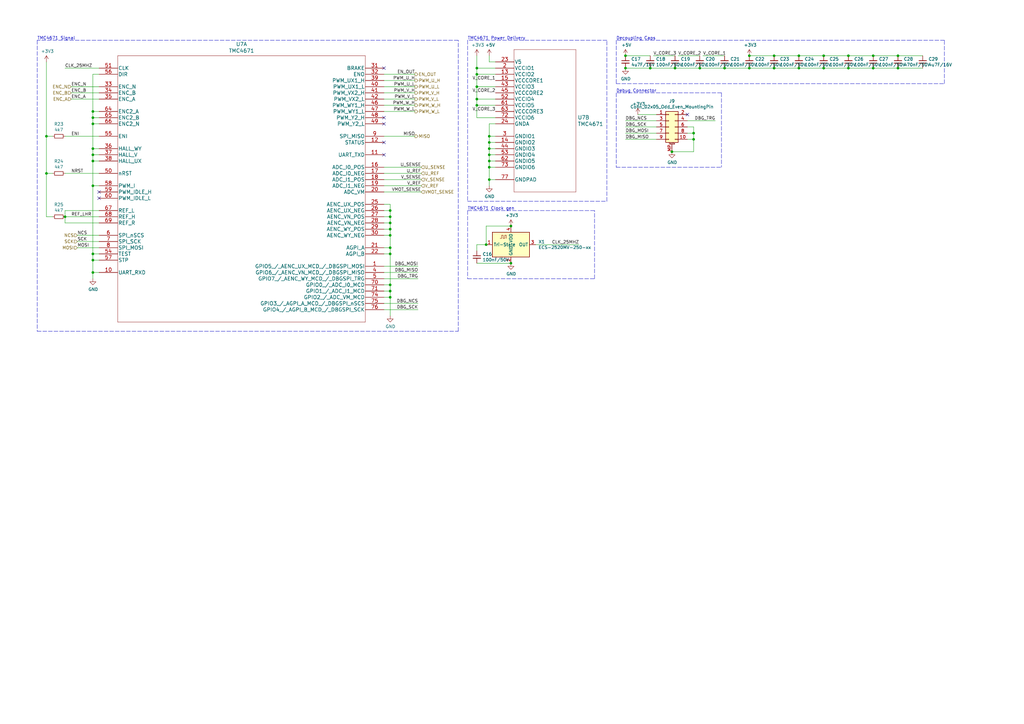
<source format=kicad_sch>
(kicad_sch (version 20211123) (generator eeschema)
  (paper "A3")
  (title_block (title "ControlUnit") (date "2021-02-07") (rev "1") (company "luhbots"))
  (lib_symbols
    (symbol "Connector_Generic_MountingPin:Conn_02x05_Odd_Even_MountingPin" (pin_names (offset 1.016) hide)
      (property "Reference" "J" (at 1.27 7.62 0))
      (property "Value" "Conn_02x05_Odd_Even_MountingPin" (at 2.54 -7.62 0))
      (symbol "Conn_02x05_Odd_Even_MountingPin_1_1"
        (rectangle (start -1.27 -4.953) (end 0 -5.207) (stroke (width 0.1524)))
        (rectangle (start -1.27 -2.413) (end 0 -2.667) (stroke (width 0.1524)))
        (rectangle (start -1.27 0.127) (end 0 -0.127) (stroke (width 0.1524)))
        (rectangle (start -1.27 2.667) (end 0 2.413) (stroke (width 0.1524)))
        (rectangle (start -1.27 5.207) (end 0 4.953) (stroke (width 0.1524)))
        (rectangle (start -1.27 6.35) (end 3.81 -6.35) (stroke (width 0.254)) (fill (type background)))
        (polyline (pts (xy 0.254 -7.112) (xy 2.286 -7.112)) (stroke (width 0.1524)))
        (rectangle (start 3.81 -4.953) (end 2.54 -5.207) (stroke (width 0.1524)))
        (rectangle (start 3.81 -2.413) (end 2.54 -2.667) (stroke (width 0.1524)))
        (rectangle (start 3.81 0.127) (end 2.54 -0.127) (stroke (width 0.1524)))
        (rectangle (start 3.81 2.667) (end 2.54 2.413) (stroke (width 0.1524)))
        (rectangle (start 3.81 5.207) (end 2.54 4.953) (stroke (width 0.1524)))
        (text "Mounting" (at 1.27 -6.731 0) (effects (font (size 0.381 0.381))))
        (pin passive line (at -5.08 5.08 0) (length 3.81) (name "Pin_1") (number "1"))
        (pin passive line (at 7.62 -5.08 180) (length 3.81) (name "Pin_10") (number "10"))
        (pin passive line (at 7.62 5.08 180) (length 3.81) (name "Pin_2") (number "2"))
        (pin passive line (at -5.08 2.54 0) (length 3.81) (name "Pin_3") (number "3"))
        (pin passive line (at 7.62 2.54 180) (length 3.81) (name "Pin_4") (number "4"))
        (pin passive line (at -5.08 0 0) (length 3.81) (name "Pin_5") (number "5"))
        (pin passive line (at 7.62 0 180) (length 3.81) (name "Pin_6") (number "6"))
        (pin passive line (at -5.08 -2.54 0) (length 3.81) (name "Pin_7") (number "7"))
        (pin passive line (at 7.62 -2.54 180) (length 3.81) (name "Pin_8") (number "8"))
        (pin passive line (at -5.08 -5.08 0) (length 3.81) (name "Pin_9") (number "9"))
        (pin passive line (at 1.27 -10.16 90) (length 3.048) (name "MountPin") (number "MP"))
      )
    )
    (symbol "Device:C_Small" (pin_numbers hide) (pin_names (offset 0.254) hide)
      (property "Reference" "C" (at 0.254 1.778 0))
      (property "Value" "C_Small" (at 0.254 -2.032 0))
      (symbol "C_Small_0_1"
        (polyline (pts (xy -1.524 -0.508) (xy 1.524 -0.508)) (stroke (width 0.3302)))
        (polyline (pts (xy -1.524 0.508) (xy 1.524 0.508)) (stroke (width 0.3048)))
      )
      (symbol "C_Small_1_1"
        (pin passive line (at 0 2.54 270) (length 2.032) (name "~") (number "1"))
        (pin passive line (at 0 -2.54 90) (length 2.032) (name "~") (number "2"))
      )
    )
    (symbol "Device:R_Small" (pin_numbers hide) (pin_names (offset 0.254) hide)
      (property "Reference" "R" (at 0.762 0.508 0))
      (property "Value" "R_Small" (at 0.762 -1.016 0))
      (symbol "R_Small_0_1"
        (rectangle (start -0.762 1.778) (end 0.762 -1.778) (stroke (width 0.2032)))
      )
      (symbol "R_Small_1_1"
        (pin passive line (at 0 2.54 270) (length 0.762) (name "~") (number "1"))
        (pin passive line (at 0 -2.54 90) (length 0.762) (name "~") (number "2"))
      )
    )
    (symbol "Oscillator:ECS-2520MV-xxx-xx"
      (property "Reference" "X" (at -5.08 6.35 0))
      (property "Value" "ECS-2520MV-xxx-xx" (at 1.27 -6.35 0))
      (symbol "ECS-2520MV-xxx-xx_0_1"
        (rectangle (start -7.62 5.08) (end 7.62 -5.08) (stroke (width 0.254)) (fill (type background)))
        (polyline (pts (xy -4.445 2.54) (xy -3.81 2.54) (xy -3.81 3.81) (xy -3.175 3.81) (xy -3.175 2.54) (xy -2.54 2.54) (xy -2.54 3.81) (xy -1.905 3.81) (xy -1.905 2.54)))
      )
      (symbol "ECS-2520MV-xxx-xx_1_1"
        (pin input line (at -10.16 0 0) (length 2.54) (name "Tri-State") (number "1"))
        (pin power_in line (at 0 -7.62 90) (length 2.54) (name "GND") (number "2"))
        (pin output line (at 10.16 0 180) (length 2.54) (name "OUT") (number "3"))
        (pin power_in line (at 0 7.62 270) (length 2.54) (name "VDD") (number "4"))
      )
    )
    (symbol "Trinamic:TMC4671" (pin_names (offset 0.254))
      (property "Reference" "U" (at 58.42 10.16 0))
      (property "Value" "TMC4671" (at 58.42 7.62 0))
      (symbol "TMC4671_1_1"
        (polyline (pts (xy 7.62 -104.14) (xy 109.22 -104.14)) (stroke (width 0.127)))
        (polyline (pts (xy 7.62 5.08) (xy 7.62 -104.14)) (stroke (width 0.127)))
        (polyline (pts (xy 109.22 -104.14) (xy 109.22 5.08)) (stroke (width 0.127)))
        (polyline (pts (xy 109.22 5.08) (xy 7.62 5.08)) (stroke (width 0.127)))
        (pin bidirectional line (at 116.84 -81.28 180) (length 7.62) (name "GPIO5_/_AENC_UX_MCD_/_DBGSPI_MOSI") (number "1"))
        (pin input line (at 0 -83.82 0) (length 7.62) (name "UART_RXD") (number "10"))
        (pin output line (at 116.84 -35.56 180) (length 7.62) (name "UART_TXD") (number "11"))
        (pin output line (at 116.84 -30.48 180) (length 7.62) (name "STATUS") (number "12"))
        (pin unspecified line (at 116.84 -40.64 180) (length 7.62) (name "ADC_I0_POS") (number "16"))
        (pin unspecified line (at 116.84 -43.18 180) (length 7.62) (name "ADC_I0_NEG") (number "17"))
        (pin unspecified line (at 116.84 -45.72 180) (length 7.62) (name "ADC_I1_POS") (number "18"))
        (pin unspecified line (at 116.84 -48.26 180) (length 7.62) (name "ADC_I1_NEG") (number "19"))
        (pin unspecified line (at 116.84 -50.8 180) (length 7.62) (name "ADC_VM") (number "20"))
        (pin unspecified line (at 116.84 -73.66 180) (length 7.62) (name "AGPI_A") (number "21"))
        (pin unspecified line (at 116.84 -76.2 180) (length 7.62) (name "AGPI_B") (number "22"))
        (pin unspecified line (at 116.84 -55.88 180) (length 7.62) (name "AENC_UX_POS") (number "25"))
        (pin unspecified line (at 116.84 -58.42 180) (length 7.62) (name "AENC_UX_NEG") (number "26"))
        (pin unspecified line (at 116.84 -60.96 180) (length 7.62) (name "AENC_VN_POS") (number "27"))
        (pin unspecified line (at 116.84 -63.5 180) (length 7.62) (name "AENC_VN_NEG") (number "28"))
        (pin unspecified line (at 116.84 -66.04 180) (length 7.62) (name "AENC_WY_POS") (number "29"))
        (pin unspecified line (at 116.84 -68.58 180) (length 7.62) (name "AENC_WY_NEG") (number "30"))
        (pin output line (at 116.84 0 180) (length 7.62) (name "BRAKE") (number "31"))
        (pin output line (at 116.84 -2.54 180) (length 7.62) (name "ENO") (number "32"))
        (pin input line (at 0 -7.62 0) (length 7.62) (name "ENC_N") (number "33"))
        (pin input line (at 0 -10.16 0) (length 7.62) (name "ENC_B") (number "34"))
        (pin input line (at 0 -12.7 0) (length 7.62) (name "ENC_A") (number "35"))
        (pin input line (at 0 -33.02 0) (length 7.62) (name "HALL_WY") (number "36"))
        (pin input line (at 0 -35.56 0) (length 7.62) (name "HALL_V") (number "37"))
        (pin input line (at 0 -38.1 0) (length 7.62) (name "HALL_UX") (number "38"))
        (pin output line (at 116.84 -5.08 180) (length 7.62) (name "PWM_UX1_H") (number "39"))
        (pin bidirectional line (at 116.84 -83.82 180) (length 7.62) (name "GPIO6_/_AENC_VN_MCD_/_DBGSPI_MISO") (number "4"))
        (pin output line (at 116.84 -7.62 180) (length 7.62) (name "PWM_UX1_L") (number "40"))
        (pin output line (at 116.84 -10.16 180) (length 7.62) (name "PWM_VX2_H") (number "41"))
        (pin output line (at 116.84 -12.7 180) (length 7.62) (name "PWM_VX2_L") (number "42"))
        (pin output line (at 116.84 -15.24 180) (length 7.62) (name "PWM_WY1_H") (number "46"))
        (pin output line (at 116.84 -17.78 180) (length 7.62) (name "PWM_WY1_L") (number "47"))
        (pin output line (at 116.84 -20.32 180) (length 7.62) (name "PWM_Y2_H") (number "48"))
        (pin output line (at 116.84 -22.86 180) (length 7.62) (name "PWM_Y2_L") (number "49"))
        (pin bidirectional line (at 116.84 -86.36 180) (length 7.62) (name "GPIO7_/_AENC_WY_MCD_/_DBGSPI_TRG") (number "5"))
        (pin input line (at 0 -43.18 0) (length 7.62) (name "nRST") (number "50"))
        (pin input line (at 0 0 0) (length 7.62) (name "CLK") (number "51"))
        (pin input line (at 0 -76.2 0) (length 7.62) (name "TEST") (number "54"))
        (pin input line (at 0 -27.94 0) (length 7.62) (name "ENI") (number "55"))
        (pin input line (at 0 -2.54 0) (length 7.62) (name "DIR") (number "56"))
        (pin input line (at 0 -78.74 0) (length 7.62) (name "STP") (number "57"))
        (pin input line (at 0 -48.26 0) (length 7.62) (name "PWM_I") (number "58"))
        (pin input line (at 0 -50.8 0) (length 7.62) (name "PWM_IDLE_H") (number "59"))
        (pin input line (at 0 -68.58 0) (length 7.62) (name "SPI_nSCS") (number "6"))
        (pin input line (at 0 -53.34 0) (length 7.62) (name "PWM_IDLE_L") (number "60"))
        (pin input line (at 0 -17.78 0) (length 7.62) (name "ENC2_A") (number "64"))
        (pin input line (at 0 -20.32 0) (length 7.62) (name "ENC2_B") (number "65"))
        (pin input line (at 0 -22.86 0) (length 7.62) (name "ENC2_N") (number "66"))
        (pin input line (at 0 -58.42 0) (length 7.62) (name "REF_L") (number "67"))
        (pin input line (at 0 -60.96 0) (length 7.62) (name "REF_H") (number "68"))
        (pin input line (at 0 -63.5 0) (length 7.62) (name "REF_R") (number "69"))
        (pin input line (at 0 -71.12 0) (length 7.62) (name "SPI_SCK") (number "7"))
        (pin bidirectional line (at 116.84 -88.9 180) (length 7.62) (name "GPIO0_/_ADC_I0_MCD") (number "70"))
        (pin bidirectional line (at 116.84 -91.44 180) (length 7.62) (name "GPIO1_/_ADC_I1_MCD") (number "71"))
        (pin bidirectional line (at 116.84 -93.98 180) (length 7.62) (name "GPIO2_/_ADC_VM_MCD") (number "74"))
        (pin bidirectional line (at 116.84 -96.52 180) (length 7.62) (name "GPIO3_/_AGPI_A_MCD_/_DBGSPI_nSCS") (number "75"))
        (pin bidirectional line (at 116.84 -99.06 180) (length 7.62) (name "GPIO4_/_AGPI_B_MCD_/_DBGSPI_SCK") (number "76"))
        (pin input line (at 0 -73.66 0) (length 7.62) (name "SPI_MOSI") (number "8"))
        (pin output line (at 116.84 -27.94 180) (length 7.62) (name "SPI_MISO") (number "9"))
      )
      (symbol "TMC4671_2_1"
        (polyline (pts (xy 7.62 -53.34) (xy 33.02 -53.34)) (stroke (width 0.127)))
        (polyline (pts (xy 7.62 5.08) (xy 7.62 -53.34)) (stroke (width 0.127)))
        (polyline (pts (xy 33.02 -53.34) (xy 33.02 5.08)) (stroke (width 0.127)))
        (polyline (pts (xy 33.02 5.08) (xy 7.62 5.08)) (stroke (width 0.127)))
        (pin power_in line (at 0 -5.08 0) (length 7.62) (name "VCCIO2") (number "13"))
        (pin power_in line (at 0 -33.02 0) (length 7.62) (name "GNDIO2") (number "14"))
        (pin power_in line (at 0 -7.62 0) (length 7.62) (name "VCCCORE1") (number "15"))
        (pin power_in line (at 0 -2.54 0) (length 7.62) (name "VCCIO1") (number "2"))
        (pin power_in line (at 0 0 0) (length 7.62) (name "V5") (number "23"))
        (pin power_in line (at 0 -25.4 0) (length 7.62) (name "GNDA") (number "24"))
        (pin power_in line (at 0 -30.48 0) (length 7.62) (name "GNDIO1") (number "3"))
        (pin power_in line (at 0 -10.16 0) (length 7.62) (name "VCCIO3") (number "43"))
        (pin power_in line (at 0 -35.56 0) (length 7.62) (name "GNDIO3") (number "44"))
        (pin power_in line (at 0 -12.7 0) (length 7.62) (name "VCCCORE2") (number "45"))
        (pin power_in line (at 0 -15.24 0) (length 7.62) (name "VCCIO4") (number "52"))
        (pin power_in line (at 0 -38.1 0) (length 7.62) (name "GNDIO4") (number "53"))
        (pin power_in line (at 0 -17.78 0) (length 7.62) (name "VCCIO5") (number "61"))
        (pin power_in line (at 0 -40.64 0) (length 7.62) (name "GNDIO5") (number "62"))
        (pin power_in line (at 0 -20.32 0) (length 7.62) (name "VCCCORE3") (number "63"))
        (pin power_in line (at 0 -22.86 0) (length 7.62) (name "VCCIO6") (number "72"))
        (pin power_in line (at 0 -43.18 0) (length 7.62) (name "GNDIO6") (number "73"))
        (pin power_in line (at 0 -48.26 0) (length 7.62) (name "GNDPAD") (number "77"))
      )
    )
    (symbol "power:+3V3" (power) (pin_names (offset 0))
      (property "Value" "+3V3" (at 0 3.556 0))
      (symbol "+3V3_0_1"
        (polyline (pts (xy -0.762 1.27) (xy 0 2.54)))
        (polyline (pts (xy 0 0) (xy 0 2.54)))
        (polyline (pts (xy 0 2.54) (xy 0.762 1.27)))
      )
      (symbol "+3V3_1_1"
        (pin power_in line (at 0 0 90) (length 0) hide (name "+3V3") (number "1"))
      )
    )
    (symbol "power:+5V" (power) (pin_names (offset 0))
      (property "Value" "+5V" (at 0 3.556 0))
      (symbol "+5V_0_1"
        (polyline (pts (xy -0.762 1.27) (xy 0 2.54)))
        (polyline (pts (xy 0 0) (xy 0 2.54)))
        (polyline (pts (xy 0 2.54) (xy 0.762 1.27)))
      )
      (symbol "+5V_1_1"
        (pin power_in line (at 0 0 90) (length 0) hide (name "+5V") (number "1"))
      )
    )
    (symbol "power:GND" (power) (pin_names (offset 0))
      (property "Value" "GND" (at 0 -3.81 0))
      (symbol "GND_0_1"
        (polyline (pts (xy 0 0) (xy 0 -1.27) (xy 1.27 -1.27) (xy 0 -2.54) (xy -1.27 -1.27) (xy 0 -1.27)))
      )
      (symbol "GND_1_1"
        (pin power_in line (at 0 0 270) (length 0) hide (name "GND") (number "1"))
      )
    )
  )
  (junction (at 317.5 22.86))
  (junction (at 195.58 27.94))
  (junction (at 38.1 106.68))
  (junction (at 38.1 76.2))
  (junction (at 368.3 27.94))
  (junction (at 327.66 22.86))
  (junction (at 209.55 92.71))
  (junction (at 195.58 43.18))
  (junction (at 160.02 93.98))
  (junction (at 160.02 88.9))
  (junction (at 19.05 55.88))
  (junction (at 337.82 27.94))
  (junction (at 160.02 101.6))
  (junction (at 200.66 68.58))
  (junction (at 195.58 40.64))
  (junction (at 195.58 30.48))
  (junction (at 160.02 104.14))
  (junction (at 307.34 27.94))
  (junction (at 160.02 119.38))
  (junction (at 337.82 22.86))
  (junction (at 275.59 62.23))
  (junction (at 200.66 63.5))
  (junction (at 38.1 111.76))
  (junction (at 200.66 58.42))
  (junction (at 307.34 22.86))
  (junction (at 38.1 50.8))
  (junction (at 200.66 55.88))
  (junction (at 317.5 27.94))
  (junction (at 297.18 27.94))
  (junction (at 26.67 88.9))
  (junction (at 358.14 22.86))
  (junction (at 266.7 27.94))
  (junction (at 200.66 73.66))
  (junction (at 368.3 22.86))
  (junction (at 160.02 86.36))
  (junction (at 200.66 60.96))
  (junction (at 160.02 121.92))
  (junction (at 199.39 100.33))
  (junction (at 284.48 57.15))
  (junction (at 38.1 63.5))
  (junction (at 358.14 27.94))
  (junction (at 256.54 22.86))
  (junction (at 276.86 27.94))
  (junction (at 160.02 91.44))
  (junction (at 200.66 66.04))
  (junction (at 160.02 96.52))
  (junction (at 347.98 27.94))
  (junction (at 38.1 104.14))
  (junction (at 287.02 27.94))
  (junction (at 256.54 27.94))
  (junction (at 38.1 60.96))
  (junction (at 160.02 116.84))
  (junction (at 19.05 71.12))
  (junction (at 209.55 107.95))
  (junction (at 38.1 45.72))
  (junction (at 38.1 66.04))
  (junction (at 347.98 22.86))
  (junction (at 327.66 27.94))
  (junction (at 38.1 48.26))
  (junction (at 195.58 35.56))
  (junction (at 284.48 54.61))
  (no_connect (at 40.64 81.28))
  (no_connect (at 157.48 58.42))
  (no_connect (at 157.48 63.5))
  (no_connect (at 40.64 78.74))
  (no_connect (at 281.94 46.99))
  (no_connect (at 157.48 27.94))
  (no_connect (at 157.48 50.8))
  (no_connect (at 157.48 48.26))
  (wire (pts (xy 157.48 119.38) (xy 160.02 119.38)))
  (wire (pts (xy 293.37 49.53) (xy 281.94 49.53)))
  (wire (pts (xy 195.58 100.33) (xy 199.39 100.33)))
  (wire (pts (xy 358.14 22.86) (xy 368.3 22.86)))
  (polyline (pts (xy 387.35 16.51) (xy 252.73 16.51)))
  (polyline (pts (xy 252.73 68.58) (xy 295.91 68.58)))
  (wire (pts (xy 29.21 35.56) (xy 40.64 35.56)))
  (wire (pts (xy 29.21 40.64) (xy 40.64 40.64)))
  (polyline (pts (xy 248.92 82.55) (xy 248.92 16.51)))
  (wire (pts (xy 26.67 88.9) (xy 26.67 91.44)))
  (wire (pts (xy 40.64 76.2) (xy 38.1 76.2)))
  (wire (pts (xy 38.1 111.76) (xy 38.1 114.3)))
  (wire (pts (xy 281.94 57.15) (xy 284.48 57.15)))
  (wire (pts (xy 203.2 63.5) (xy 200.66 63.5)))
  (wire (pts (xy 358.14 22.86) (xy 347.98 22.86)))
  (wire (pts (xy 31.75 101.6) (xy 40.64 101.6)))
  (wire (pts (xy 203.2 27.94) (xy 195.58 27.94)))
  (polyline (pts (xy 252.73 16.51) (xy 252.73 34.29)))
  (wire (pts (xy 26.67 55.88) (xy 40.64 55.88)))
  (wire (pts (xy 170.18 30.48) (xy 157.48 30.48)))
  (wire (pts (xy 171.45 114.3) (xy 157.48 114.3)))
  (wire (pts (xy 200.66 58.42) (xy 200.66 55.88)))
  (wire (pts (xy 160.02 101.6) (xy 160.02 96.52)))
  (wire (pts (xy 276.86 22.86) (xy 267.97 22.86)))
  (wire (pts (xy 195.58 48.26) (xy 203.2 48.26)))
  (wire (pts (xy 200.66 66.04) (xy 200.66 63.5)))
  (wire (pts (xy 40.64 106.68) (xy 38.1 106.68)))
  (wire (pts (xy 297.18 22.86) (xy 288.29 22.86)))
  (wire (pts (xy 38.1 30.48) (xy 38.1 45.72)))
  (wire (pts (xy 287.02 27.94) (xy 297.18 27.94)))
  (polyline (pts (xy 243.84 114.3) (xy 243.84 86.36)))
  (wire (pts (xy 269.24 54.61) (xy 256.54 54.61)))
  (wire (pts (xy 21.59 55.88) (xy 19.05 55.88)))
  (wire (pts (xy 38.1 106.68) (xy 38.1 111.76)))
  (wire (pts (xy 40.64 45.72) (xy 38.1 45.72)))
  (wire (pts (xy 256.54 57.15) (xy 269.24 57.15)))
  (wire (pts (xy 160.02 86.36) (xy 160.02 83.82)))
  (wire (pts (xy 200.66 50.8) (xy 203.2 50.8)))
  (wire (pts (xy 40.64 104.14) (xy 38.1 104.14)))
  (wire (pts (xy 40.64 111.76) (xy 38.1 111.76)))
  (polyline (pts (xy 295.91 38.1) (xy 252.73 38.1)))
  (wire (pts (xy 337.82 27.94) (xy 347.98 27.94)))
  (wire (pts (xy 200.66 76.2) (xy 200.66 73.66)))
  (wire (pts (xy 21.59 71.12) (xy 19.05 71.12)))
  (wire (pts (xy 40.64 63.5) (xy 38.1 63.5)))
  (wire (pts (xy 157.48 111.76) (xy 171.45 111.76)))
  (wire (pts (xy 160.02 104.14) (xy 160.02 101.6)))
  (wire (pts (xy 160.02 121.92) (xy 160.02 119.38)))
  (wire (pts (xy 31.75 96.52) (xy 40.64 96.52)))
  (wire (pts (xy 195.58 43.18) (xy 203.2 43.18)))
  (wire (pts (xy 200.66 55.88) (xy 200.66 50.8)))
  (wire (pts (xy 200.66 63.5) (xy 200.66 60.96)))
  (wire (pts (xy 195.58 43.18) (xy 195.58 48.26)))
  (wire (pts (xy 157.48 68.58) (xy 172.72 68.58)))
  (wire (pts (xy 157.48 38.1) (xy 170.18 38.1)))
  (wire (pts (xy 203.2 73.66) (xy 200.66 73.66)))
  (wire (pts (xy 317.5 22.86) (xy 307.34 22.86)))
  (wire (pts (xy 203.2 60.96) (xy 200.66 60.96)))
  (wire (pts (xy 160.02 96.52) (xy 160.02 93.98)))
  (wire (pts (xy 38.1 76.2) (xy 38.1 104.14)))
  (polyline (pts (xy 15.24 135.89) (xy 187.96 135.89)))
  (wire (pts (xy 199.39 92.71) (xy 199.39 100.33)))
  (wire (pts (xy 38.1 48.26) (xy 38.1 50.8)))
  (wire (pts (xy 160.02 116.84) (xy 160.02 104.14)))
  (wire (pts (xy 19.05 71.12) (xy 19.05 55.88)))
  (wire (pts (xy 160.02 119.38) (xy 160.02 116.84)))
  (polyline (pts (xy 191.77 16.51) (xy 191.77 82.55)))
  (wire (pts (xy 284.48 57.15) (xy 284.48 54.61)))
  (wire (pts (xy 275.59 62.23) (xy 284.48 62.23)))
  (wire (pts (xy 284.48 54.61) (xy 284.48 52.07)))
  (wire (pts (xy 19.05 55.88) (xy 19.05 25.4)))
  (wire (pts (xy 203.2 40.64) (xy 195.58 40.64)))
  (wire (pts (xy 195.58 30.48) (xy 195.58 35.56)))
  (wire (pts (xy 157.48 91.44) (xy 160.02 91.44)))
  (polyline (pts (xy 295.91 38.1) (xy 295.91 68.58)))
  (wire (pts (xy 171.45 109.22) (xy 157.48 109.22)))
  (wire (pts (xy 307.34 27.94) (xy 317.5 27.94)))
  (wire (pts (xy 276.86 27.94) (xy 287.02 27.94)))
  (wire (pts (xy 160.02 83.82) (xy 157.48 83.82)))
  (wire (pts (xy 26.67 86.36) (xy 40.64 86.36)))
  (wire (pts (xy 327.66 27.94) (xy 337.82 27.94)))
  (wire (pts (xy 203.2 66.04) (xy 200.66 66.04)))
  (wire (pts (xy 368.3 22.86) (xy 378.46 22.86)))
  (wire (pts (xy 40.64 60.96) (xy 38.1 60.96)))
  (wire (pts (xy 195.58 22.86) (xy 195.58 27.94)))
  (polyline (pts (xy 191.77 114.3) (xy 243.84 114.3)))
  (wire (pts (xy 172.72 73.66) (xy 157.48 73.66)))
  (wire (pts (xy 40.64 99.06) (xy 31.75 99.06)))
  (wire (pts (xy 40.64 50.8) (xy 38.1 50.8)))
  (wire (pts (xy 157.48 116.84) (xy 160.02 116.84)))
  (polyline (pts (xy 387.35 34.29) (xy 387.35 16.51)))
  (wire (pts (xy 195.58 107.95) (xy 209.55 107.95)))
  (wire (pts (xy 347.98 22.86) (xy 337.82 22.86)))
  (wire (pts (xy 40.64 88.9) (xy 26.67 88.9)))
  (wire (pts (xy 157.48 88.9) (xy 160.02 88.9)))
  (wire (pts (xy 157.48 101.6) (xy 160.02 101.6)))
  (wire (pts (xy 195.58 40.64) (xy 195.58 43.18)))
  (wire (pts (xy 378.46 27.94) (xy 368.3 27.94)))
  (wire (pts (xy 256.54 27.94) (xy 266.7 27.94)))
  (wire (pts (xy 172.72 78.74) (xy 157.48 78.74)))
  (wire (pts (xy 160.02 93.98) (xy 160.02 91.44)))
  (wire (pts (xy 157.48 33.02) (xy 170.18 33.02)))
  (wire (pts (xy 200.66 60.96) (xy 200.66 58.42)))
  (wire (pts (xy 195.58 27.94) (xy 195.58 30.48)))
  (wire (pts (xy 200.66 25.4) (xy 203.2 25.4)))
  (polyline (pts (xy 243.84 86.36) (xy 191.77 86.36)))
  (wire (pts (xy 195.58 35.56) (xy 195.58 40.64)))
  (wire (pts (xy 19.05 88.9) (xy 21.59 88.9)))
  (wire (pts (xy 26.67 27.94) (xy 40.64 27.94)))
  (wire (pts (xy 38.1 104.14) (xy 38.1 106.68)))
  (wire (pts (xy 19.05 88.9) (xy 19.05 71.12)))
  (wire (pts (xy 297.18 27.94) (xy 307.34 27.94)))
  (wire (pts (xy 38.1 66.04) (xy 38.1 76.2)))
  (wire (pts (xy 38.1 50.8) (xy 38.1 60.96)))
  (wire (pts (xy 269.24 49.53) (xy 256.54 49.53)))
  (polyline (pts (xy 252.73 34.29) (xy 387.35 34.29)))
  (polyline (pts (xy 15.24 16.51) (xy 15.24 135.89)))
  (wire (pts (xy 157.48 86.36) (xy 160.02 86.36)))
  (wire (pts (xy 160.02 88.9) (xy 160.02 86.36)))
  (wire (pts (xy 157.48 55.88) (xy 170.18 55.88)))
  (wire (pts (xy 157.48 71.12) (xy 172.72 71.12)))
  (wire (pts (xy 157.48 104.14) (xy 160.02 104.14)))
  (wire (pts (xy 38.1 63.5) (xy 38.1 66.04)))
  (wire (pts (xy 195.58 30.48) (xy 203.2 30.48)))
  (wire (pts (xy 160.02 91.44) (xy 160.02 88.9)))
  (wire (pts (xy 157.48 121.92) (xy 160.02 121.92)))
  (wire (pts (xy 368.3 27.94) (xy 358.14 27.94)))
  (wire (pts (xy 26.67 91.44) (xy 40.64 91.44)))
  (polyline (pts (xy 191.77 86.36) (xy 191.77 114.3)))
  (wire (pts (xy 40.64 66.04) (xy 38.1 66.04)))
  (wire (pts (xy 256.54 52.07) (xy 269.24 52.07)))
  (wire (pts (xy 237.49 100.33) (xy 219.71 100.33)))
  (wire (pts (xy 284.48 52.07) (xy 281.94 52.07)))
  (wire (pts (xy 287.02 22.86) (xy 278.13 22.86)))
  (wire (pts (xy 209.55 92.71) (xy 199.39 92.71)))
  (wire (pts (xy 203.2 55.88) (xy 200.66 55.88)))
  (wire (pts (xy 203.2 68.58) (xy 200.66 68.58)))
  (wire (pts (xy 203.2 35.56) (xy 195.58 35.56)))
  (wire (pts (xy 38.1 60.96) (xy 38.1 63.5)))
  (wire (pts (xy 266.7 27.94) (xy 276.86 27.94)))
  (wire (pts (xy 160.02 129.54) (xy 160.02 121.92)))
  (polyline (pts (xy 187.96 135.89) (xy 187.96 16.51)))
  (wire (pts (xy 26.67 86.36) (xy 26.67 88.9)))
  (polyline (pts (xy 248.92 16.51) (xy 191.77 16.51)))
  (wire (pts (xy 40.64 38.1) (xy 29.21 38.1)))
  (wire (pts (xy 38.1 45.72) (xy 38.1 48.26)))
  (wire (pts (xy 40.64 48.26) (xy 38.1 48.26)))
  (wire (pts (xy 200.66 73.66) (xy 200.66 68.58)))
  (polyline (pts (xy 191.77 82.55) (xy 248.92 82.55)))
  (polyline (pts (xy 187.96 16.51) (xy 15.24 16.51)))
  (wire (pts (xy 200.66 22.86) (xy 200.66 25.4)))
  (wire (pts (xy 170.18 40.64) (xy 157.48 40.64)))
  (wire (pts (xy 284.48 62.23) (xy 284.48 57.15)))
  (wire (pts (xy 170.18 45.72) (xy 157.48 45.72)))
  (wire (pts (xy 157.48 96.52) (xy 160.02 96.52)))
  (wire (pts (xy 157.48 43.18) (xy 170.18 43.18)))
  (wire (pts (xy 337.82 22.86) (xy 327.66 22.86)))
  (wire (pts (xy 157.48 124.46) (xy 171.45 124.46)))
  (wire (pts (xy 317.5 27.94) (xy 327.66 27.94)))
  (wire (pts (xy 157.48 76.2) (xy 172.72 76.2)))
  (wire (pts (xy 170.18 35.56) (xy 157.48 35.56)))
  (wire (pts (xy 261.62 46.99) (xy 269.24 46.99)))
  (wire (pts (xy 157.48 93.98) (xy 160.02 93.98)))
  (wire (pts (xy 171.45 127) (xy 157.48 127)))
  (wire (pts (xy 200.66 68.58) (xy 200.66 66.04)))
  (wire (pts (xy 40.64 30.48) (xy 38.1 30.48)))
  (wire (pts (xy 281.94 54.61) (xy 284.48 54.61)))
  (wire (pts (xy 40.64 71.12) (xy 26.67 71.12)))
  (wire (pts (xy 347.98 27.94) (xy 358.14 27.94)))
  (polyline (pts (xy 252.73 38.1) (xy 252.73 68.58)))
  (wire (pts (xy 195.58 102.87) (xy 195.58 100.33)))
  (wire (pts (xy 200.66 58.42) (xy 203.2 58.42)))
  (wire (pts (xy 266.7 22.86) (xy 256.54 22.86)))
  (wire (pts (xy 327.66 22.86) (xy 317.5 22.86)))
  (text "Decoupling Caps" (at 252.73 16.51 0) (effects (font (size 1.27 1.27)) (justify left bottom)))
  (text "TMC4671 Power Delivery" (at 191.77 16.51 0) (effects (font (size 1.27 1.27)) (justify left bottom)))
  (text "TMC4671 Signal" (at 15.24 16.51 0) (effects (font (size 1.27 1.27)) (justify left bottom)))
  (text "TMC4671 Clock gen" (at 191.77 86.36 0) (effects (font (size 1.27 1.27)) (justify left bottom)))
  (text "Debug Connector" (at 252.73 38.1 0) (effects (font (size 1.27 1.27)) (justify left bottom)))
  (label "PWM_U_H" (at 170.18 33.02 180))
  (label "MOSI" (at 31.75 101.6 0))
  (label "EN_OUT" (at 170.18 30.48 180))
  (label "PWM_V_H" (at 170.18 38.1 180))
  (label "DBG_NCS" (at 256.54 49.53 0))
  (label "V_SENSE" (at 172.72 73.66 180))
  (label "ENC_N" (at 29.21 35.56 0))
  (label "U_REF" (at 172.72 71.12 180))
  (label "DBG_SCK" (at 171.45 127 180))
  (label "ENC_A" (at 29.21 40.64 0))
  (label "DBG_MISO" (at 256.54 57.15 0))
  (label "DBG_MOSI" (at 256.54 54.61 0))
  (label "V_CORE_1" (at 203.2 33.02 180))
  (label "V_CORE_3" (at 267.97 22.86 0))
  (label "MISO" (at 170.18 55.88 180))
  (label "U_SENSE" (at 172.72 68.58 180))
  (label "ENI" (at 29.21 55.88 0))
  (label "CLK_25MHZ" (at 237.49 100.33 180))
  (label "DBG_MISO" (at 171.45 111.76 180))
  (label "PWM_W_L" (at 170.18 45.72 180))
  (label "VMOT_SENSE" (at 172.72 78.74 180))
  (label "DBG_NCS" (at 171.45 124.46 180))
  (label "DBG_TRG" (at 293.37 49.53 180))
  (label "ENC_B" (at 29.21 38.1 0))
  (label "PWM_W_H" (at 170.18 43.18 180))
  (label "DBG_SCK" (at 256.54 52.07 0))
  (label "V_CORE_2" (at 203.2 38.1 180))
  (label "NRST" (at 29.21 71.12 0))
  (label "V_CORE_3" (at 203.2 45.72 180))
  (label "CLK_25MHZ" (at 26.67 27.94 0))
  (label "PWM_V_L" (at 170.18 40.64 180))
  (label "V_REF" (at 172.72 76.2 180))
  (label "SCK" (at 31.75 99.06 0))
  (label "DBG_TRG" (at 171.45 114.3 180))
  (label "DBG_MOSI" (at 171.45 109.22 180))
  (label "NCS" (at 31.75 96.52 0))
  (label "V_CORE_2" (at 278.13 22.86 0))
  (label "REF_LHR" (at 29.21 88.9 0))
  (label "PWM_U_L" (at 170.18 35.56 180))
  (label "V_CORE_1" (at 288.29 22.86 0))
  (hierarchical_label "V_SENSE" (shape input) (at 172.72 73.66 0))
  (hierarchical_label "ENC_A" (shape input) (at 29.21 40.64 180))
  (hierarchical_label "V_REF" (shape input) (at 172.72 76.2 0))
  (hierarchical_label "SCK" (shape input) (at 31.75 99.06 180))
  (hierarchical_label "MOSI" (shape input) (at 31.75 101.6 180))
  (hierarchical_label "PWM_V_L" (shape output) (at 170.18 40.64 0))
  (hierarchical_label "PWM_W_L" (shape output) (at 170.18 45.72 0))
  (hierarchical_label "ENC_N" (shape input) (at 29.21 35.56 180))
  (hierarchical_label "U_SENSE" (shape input) (at 172.72 68.58 0))
  (hierarchical_label "PWM_U_H" (shape output) (at 170.18 33.02 0))
  (hierarchical_label "MISO" (shape output) (at 170.18 55.88 0))
  (hierarchical_label "PWM_W_H" (shape output) (at 170.18 43.18 0))
  (hierarchical_label "ENC_B" (shape input) (at 29.21 38.1 180))
  (hierarchical_label "VMOT_SENSE" (shape input) (at 172.72 78.74 0))
  (hierarchical_label "NCS" (shape input) (at 31.75 96.52 180))
  (hierarchical_label "PWM_U_L" (shape output) (at 170.18 35.56 0))
  (hierarchical_label "EN_OUT" (shape output) (at 170.18 30.48 0))
  (hierarchical_label "PWM_V_H" (shape output) (at 170.18 38.1 0))
  (hierarchical_label "U_REF" (shape input) (at 172.72 71.12 0))
  (symbol (lib_id "Device:C_Small") (at 358.14 25.4 180) (unit 1)
    (property "Reference" "C27" (at 360.4768 24.2316 0) (effects (justify right)))
    (property "Value" "100nF/50V" (at 360.4768 26.543 0) (effects (justify right)))
    (property "Footprint" "Capacitor_SMD:C_0402_1005Metric" (effects hide))
  )
  (symbol (lib_id "Trinamic:TMC4671") (at 40.64 27.94 0) (unit 1)
    (property "Reference" "U7" (at 99.06 18.1102 0) (effects (font (size 1.524 1.524))))
    (property "Value" "TMC4671" (at 99.06 20.8026 0) (effects (font (size 1.524 1.524))))
    (property "Footprint" "Trinamic:TMC4671" (effects hide))
  )
  (symbol (lib_id "Trinamic:TMC4671") (at 203.2 25.4 0) (unit 2)
    (property "Reference" "U7" (at 236.9312 48.1838 0) (effects (font (size 1.524 1.524)) (justify left)))
    (property "Value" "TMC4671" (at 236.9312 50.8762 0) (effects (font (size 1.524 1.524)) (justify left)))
    (property "Footprint" "Trinamic:TMC4671" (effects hide))
  )
  (symbol (lib_id "power:GND") (at 200.66 76.2 0) (unit 1)
    (property "Reference" "#PWR0146" (effects hide))
    (property "Value" "GND" (at 200.787 80.5942 0))
  )
  (symbol (lib_id "Device:C_Small") (at 347.98 25.4 180) (unit 1)
    (property "Reference" "C26" (at 350.3168 24.2316 0) (effects (justify right)))
    (property "Value" "100nF/50V" (at 350.3168 26.543 0) (effects (justify right)))
    (property "Footprint" "Capacitor_SMD:C_0402_1005Metric" (effects hide))
  )
  (symbol (lib_id "power:+5V") (at 200.66 22.86 0) (unit 1)
    (property "Reference" "#PWR0147" (effects hide))
    (property "Value" "+5V" (at 201.041 18.4658 0))
  )
  (symbol (lib_id "Device:C_Small") (at 337.82 25.4 180) (unit 1)
    (property "Reference" "C25" (at 340.1568 24.2316 0) (effects (justify right)))
    (property "Value" "100nF/50V" (at 340.1568 26.543 0) (effects (justify right)))
    (property "Footprint" "Capacitor_SMD:C_0402_1005Metric" (effects hide))
  )
  (symbol (lib_id "power:+3V3") (at 195.58 22.86 0) (unit 1)
    (property "Reference" "#PWR0148" (effects hide))
    (property "Value" "+3V3" (at 195.961 18.4658 0))
  )
  (symbol (lib_id "Device:C_Small") (at 327.66 25.4 180) (unit 1)
    (property "Reference" "C24" (at 329.9968 24.2316 0) (effects (justify right)))
    (property "Value" "100nF/50V" (at 329.9968 26.543 0) (effects (justify right)))
    (property "Footprint" "Capacitor_SMD:C_0402_1005Metric" (effects hide))
  )
  (symbol (lib_id "Device:C_Small") (at 317.5 25.4 180) (unit 1)
    (property "Reference" "C23" (at 319.8368 24.2316 0) (effects (justify right)))
    (property "Value" "100nF/50V" (at 319.8368 26.543 0) (effects (justify right)))
    (property "Footprint" "Capacitor_SMD:C_0402_1005Metric" (effects hide))
  )
  (symbol (lib_id "Device:C_Small") (at 307.34 25.4 180) (unit 1)
    (property "Reference" "C22" (at 309.6768 24.2316 0) (effects (justify right)))
    (property "Value" "100nF/50V" (at 309.6768 26.543 0) (effects (justify right)))
    (property "Footprint" "Capacitor_SMD:C_0402_1005Metric" (effects hide))
  )
  (symbol (lib_id "Device:C_Small") (at 297.18 25.4 180) (unit 1)
    (property "Reference" "C21" (at 299.5168 24.2316 0) (effects (justify right)))
    (property "Value" "100nF/50V" (at 299.5168 26.543 0) (effects (justify right)))
    (property "Footprint" "Capacitor_SMD:C_0402_1005Metric" (effects hide))
  )
  (symbol (lib_id "Device:C_Small") (at 287.02 25.4 180) (unit 1)
    (property "Reference" "C20" (at 289.3568 24.2316 0) (effects (justify right)))
    (property "Value" "100nF/50V" (at 289.3568 26.543 0) (effects (justify right)))
    (property "Footprint" "Capacitor_SMD:C_0402_1005Metric" (effects hide))
  )
  (symbol (lib_id "Device:C_Small") (at 276.86 25.4 180) (unit 1)
    (property "Reference" "C19" (at 279.1968 24.2316 0) (effects (justify right)))
    (property "Value" "100nF/50V" (at 279.1968 26.543 0) (effects (justify right)))
    (property "Footprint" "Capacitor_SMD:C_0402_1005Metric" (effects hide))
  )
  (symbol (lib_id "Device:C_Small") (at 266.7 25.4 180) (unit 1)
    (property "Reference" "C18" (at 269.0368 24.2316 0) (effects (justify right)))
    (property "Value" "100nF/50V" (at 269.0368 26.543 0) (effects (justify right)))
    (property "Footprint" "Capacitor_SMD:C_0402_1005Metric" (effects hide))
  )
  (symbol (lib_id "power:+3V3") (at 307.34 22.86 0) (unit 1)
    (property "Reference" "#PWR0149" (effects hide))
    (property "Value" "+3V3" (at 307.721 18.4658 0))
  )
  (symbol (lib_id "power:+5V") (at 256.54 22.86 0) (unit 1)
    (property "Reference" "#PWR0150" (effects hide))
    (property "Value" "+5V" (at 256.921 18.4658 0))
  )
  (symbol (lib_id "Device:C_Small") (at 256.54 25.4 0) (unit 1)
    (property "Reference" "C17" (at 258.8768 24.2316 0) (effects (justify left)))
    (property "Value" "4u7F/16V" (at 258.8768 26.543 0) (effects (justify left)))
    (property "Footprint" "Capacitor_SMD:C_0402_1005Metric" (effects hide))
  )
  (symbol (lib_id "Device:C_Small") (at 378.46 25.4 0) (unit 1)
    (property "Reference" "C29" (at 380.7968 24.2316 0) (effects (justify left)))
    (property "Value" "4u7F/16V" (at 380.7968 26.543 0) (effects (justify left)))
    (property "Footprint" "Capacitor_SMD:C_0402_1005Metric" (effects hide))
  )
  (symbol (lib_id "Device:C_Small") (at 368.3 25.4 0) (unit 1)
    (property "Reference" "C28" (at 370.6368 24.2316 0) (effects (justify left)))
    (property "Value" "470nF/50V" (at 370.6368 26.543 0) (effects (justify left)))
    (property "Footprint" "Capacitor_SMD:C_0402_1005Metric" (effects hide))
  )
  (symbol (lib_id "Oscillator:ECS-2520MV-xxx-xx") (at 209.55 100.33 0) (unit 1)
    (property "Reference" "X1" (at 220.8276 99.1616 0) (effects (justify left)))
    (property "Value" "ECS-2520MV-250-xx" (at 220.8276 101.473 0) (effects (justify left)))
    (property "Footprint" "Oscillator:Oscillator_SMD_ECS_2520MV-xxx-xx-4Pin_2.5x2.0mm" (effects hide))
    (property "Datasheet" "https://www.ecsxtal.com/store/pdf/ECS-2520MV.pdf" (effects hide))
  )
  (symbol (lib_id "power:GND") (at 209.55 107.95 0) (unit 1)
    (property "Reference" "#PWR0151" (effects hide))
    (property "Value" "GND" (at 209.677 112.3442 0))
  )
  (symbol (lib_id "power:+3V3") (at 209.55 92.71 0) (unit 1)
    (property "Reference" "#PWR0152" (effects hide))
    (property "Value" "+3V3" (at 209.931 88.3158 0))
  )
  (symbol (lib_id "Device:C_Small") (at 195.58 105.41 0) (unit 1)
    (property "Reference" "C16" (at 197.9168 104.2416 0) (effects (justify left)))
    (property "Value" "100nF/50V" (at 197.9168 106.553 0) (effects (justify left)))
    (property "Footprint" "Capacitor_SMD:C_0402_1005Metric" (effects hide))
  )
  (symbol (lib_id "power:GND") (at 38.1 114.3 0) (unit 1)
    (property "Reference" "#PWR0153" (effects hide))
    (property "Value" "GND" (at 38.227 118.6942 0))
  )
  (symbol (lib_id "power:+3V3") (at 19.05 25.4 0) (unit 1)
    (property "Reference" "#PWR0154" (effects hide))
    (property "Value" "+3V3" (at 19.431 21.0058 0))
  )
  (symbol (lib_id "Device:R_Small") (at 24.13 55.88 270) (unit 1)
    (property "Reference" "R23" (at 24.13 50.9016 90))
    (property "Value" "4k7" (at 24.13 53.213 90))
    (property "Footprint" "Resistor_SMD:R_0402_1005Metric" (effects hide))
  )
  (symbol (lib_id "Device:R_Small") (at 24.13 71.12 270) (unit 1)
    (property "Reference" "R24" (at 24.13 66.1416 90))
    (property "Value" "4k7" (at 24.13 68.453 90))
    (property "Footprint" "Resistor_SMD:R_0402_1005Metric" (effects hide))
  )
  (symbol (lib_id "Device:R_Small") (at 24.13 88.9 270) (unit 1)
    (property "Reference" "R25" (at 24.13 83.9216 90))
    (property "Value" "4k7" (at 24.13 86.233 90))
    (property "Footprint" "Resistor_SMD:R_0402_1005Metric" (effects hide))
  )
  (symbol (lib_id "power:GND") (at 160.02 129.54 0) (unit 1)
    (property "Reference" "#PWR0155" (effects hide))
    (property "Value" "GND" (at 160.147 133.9342 0))
  )
  (symbol (lib_id "power:GND") (at 256.54 27.94 0) (unit 1)
    (property "Reference" "#PWR0156" (effects hide))
    (property "Value" "GND" (at 256.667 32.3342 0))
  )
  (symbol (lib_id "power:+3V3") (at 261.62 46.99 0) (unit 1)
    (property "Reference" "#PWR0194" (effects hide))
    (property "Value" "+3V3" (at 262.001 42.5958 0))
  )
  (symbol (lib_id "power:GND") (at 275.59 62.23 0) (unit 1)
    (property "Reference" "#PWR0195" (effects hide))
    (property "Value" "GND" (at 275.717 66.6242 0))
  )
  (symbol (lib_id "Connector_Generic_MountingPin:Conn_02x05_Odd_Even_MountingPin") (at 274.32 52.07 0) (unit 1)
    (property "Reference" "J9" (at 275.59 41.4782 0))
    (property "Value" "Conn_02x05_Odd_Even_MountingPin" (at 275.59 43.7896 0))
    (property "Footprint" "motordrivers2020:DF20F-10DP-1V56" (effects hide))
  )
)
</source>
